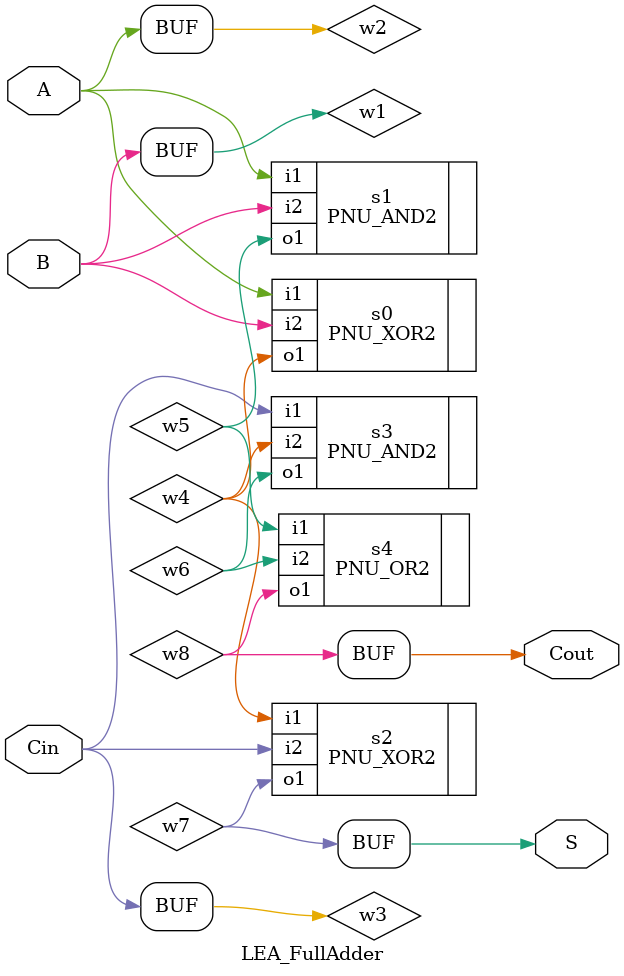
<source format=v>
module LEA_FullAdder(A,B,Cin,Cout,S);

input A;
input B;
input Cin;
output Cout;
output S;

wire  w2;
wire  w1;
wire  w3;
wire  w4;
wire  w5;
wire  w6;
wire  w8;
wire  w7;

assign w2 = A;
assign w1 = B;
assign w3 = Cin;
assign Cout = w8;
assign S = w7;

PNU_XOR2
     s0 (
      .i1(w2),
      .i2(w1),
      .o1(w4));

PNU_AND2
     s1 (
      .i1(w2),
      .i2(w1),
      .o1(w5));

PNU_XOR2
     s2 (
      .i2(w3),
      .i1(w4),
      .o1(w7));

PNU_AND2
     s3 (
      .i1(w3),
      .i2(w4),
      .o1(w6));

PNU_OR2
     s4 (
      .i1(w5),
      .i2(w6),
      .o1(w8));

endmodule


</source>
